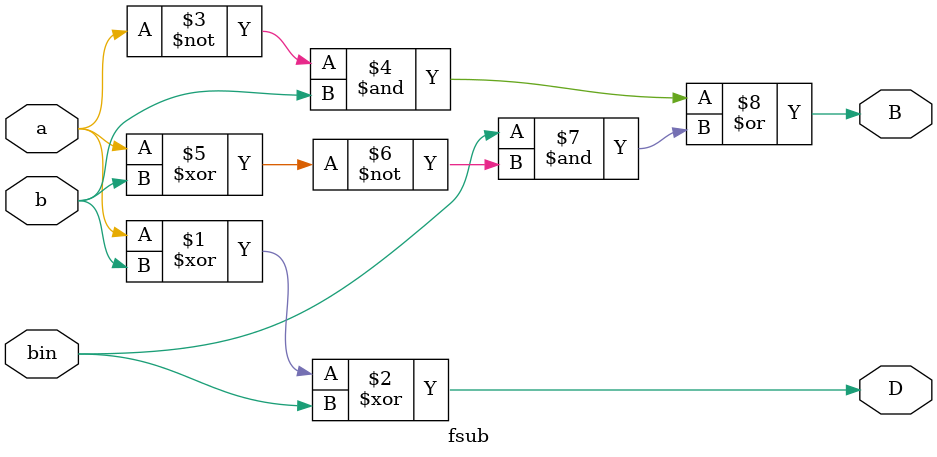
<source format=v>
`timescale 1ns / 1ps


module fsub(
    input a,b,bin,
    output D,B
    );
    assign D = a ^ b ^ bin ;
    assign B = (~a & b) | bin &(~(a ^ b));
endmodule

</source>
